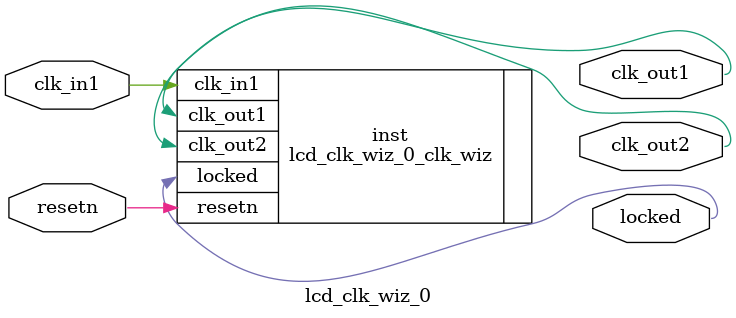
<source format=v>


`timescale 1ps/1ps

(* CORE_GENERATION_INFO = "lcd_clk_wiz_0,clk_wiz_v5_4_3_0,{component_name=lcd_clk_wiz_0,use_phase_alignment=true,use_min_o_jitter=false,use_max_i_jitter=false,use_dyn_phase_shift=false,use_inclk_switchover=false,use_dyn_reconfig=false,enable_axi=0,feedback_source=FDBK_AUTO,PRIMITIVE=MMCM,num_out_clk=2,clkin1_period=10.000,clkin2_period=10.000,use_power_down=false,use_reset=true,use_locked=true,use_inclk_stopped=false,feedback_type=SINGLE,CLOCK_MGR_TYPE=NA,manual_override=false}" *)

module lcd_clk_wiz_0 
 (
  // Clock out ports
  output        clk_out1,
  output        clk_out2,
  // Status and control signals
  input         resetn,
  output        locked,
 // Clock in ports
  input         clk_in1
 );

  lcd_clk_wiz_0_clk_wiz inst
  (
  // Clock out ports  
  .clk_out1(clk_out1),
  .clk_out2(clk_out2),
  // Status and control signals               
  .resetn(resetn), 
  .locked(locked),
 // Clock in ports
  .clk_in1(clk_in1)
  );

endmodule

</source>
